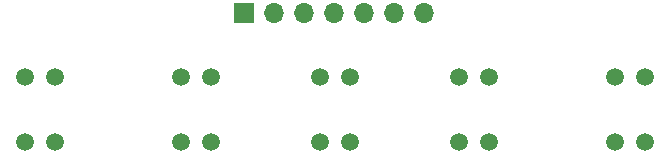
<source format=gbr>
%TF.GenerationSoftware,KiCad,Pcbnew,8.0.2*%
%TF.CreationDate,2024-11-07T23:12:14+05:30*%
%TF.ProjectId,lsa,6c73612e-6b69-4636-9164-5f7063625858,rev?*%
%TF.SameCoordinates,Original*%
%TF.FileFunction,Copper,L1,Top*%
%TF.FilePolarity,Positive*%
%FSLAX46Y46*%
G04 Gerber Fmt 4.6, Leading zero omitted, Abs format (unit mm)*
G04 Created by KiCad (PCBNEW 8.0.2) date 2024-11-07 23:12:14*
%MOMM*%
%LPD*%
G01*
G04 APERTURE LIST*
%TA.AperFunction,ComponentPad*%
%ADD10R,1.700000X1.700000*%
%TD*%
%TA.AperFunction,ComponentPad*%
%ADD11O,1.700000X1.700000*%
%TD*%
%TA.AperFunction,ComponentPad*%
%ADD12C,1.500000*%
%TD*%
%TA.AperFunction,Conductor*%
%ADD13C,0.600000*%
%TD*%
G04 APERTURE END LIST*
D10*
%TO.P,J1,1,Pin_1*%
%TO.N,/A4_32*%
X108500000Y-72400000D03*
D11*
%TO.P,J1,2,Pin_2*%
%TO.N,/A3_35*%
X111040000Y-72400000D03*
%TO.P,J1,3,Pin_3*%
%TO.N,/A2_34*%
X113580000Y-72400000D03*
%TO.P,J1,4,Pin_4*%
%TO.N,/A1_39*%
X116120000Y-72400000D03*
%TO.P,J1,5,Pin_5*%
%TO.N,/A0_36*%
X118660000Y-72400000D03*
%TO.P,J1,6,Pin_6*%
%TO.N,GND*%
X121200000Y-72400000D03*
%TO.P,J1,7,Pin_7*%
%TO.N,+3V3*%
X123740000Y-72400000D03*
%TD*%
D12*
%TO.P,U5,A*%
%TO.N,Net-(R10-Pad1)*%
X92470000Y-83350000D03*
%TO.P,U5,CATH*%
%TO.N,GND*%
X89930000Y-83350000D03*
%TO.P,U5,COLL*%
%TO.N,/A4_32*%
X92470000Y-77850000D03*
%TO.P,U5,E*%
%TO.N,GND*%
X89930000Y-77850000D03*
%TD*%
%TO.P,U3,A*%
%TO.N,Net-(R6-Pad1)*%
X117470000Y-83350000D03*
%TO.P,U3,CATH*%
%TO.N,GND*%
X114930000Y-83350000D03*
%TO.P,U3,COLL*%
%TO.N,/A2_34*%
X117470000Y-77850000D03*
%TO.P,U3,E*%
%TO.N,GND*%
X114930000Y-77850000D03*
%TD*%
%TO.P,U4,A*%
%TO.N,Net-(R8-Pad1)*%
X105670000Y-83350000D03*
%TO.P,U4,CATH*%
%TO.N,GND*%
X103130000Y-83350000D03*
%TO.P,U4,COLL*%
%TO.N,/A3_35*%
X105670000Y-77850000D03*
%TO.P,U4,E*%
%TO.N,GND*%
X103130000Y-77850000D03*
%TD*%
%TO.P,U2,A*%
%TO.N,Net-(R4-Pad1)*%
X129270000Y-83350000D03*
%TO.P,U2,CATH*%
%TO.N,GND*%
X126730000Y-83350000D03*
%TO.P,U2,COLL*%
%TO.N,/A1_39*%
X129270000Y-77850000D03*
%TO.P,U2,E*%
%TO.N,GND*%
X126730000Y-77850000D03*
%TD*%
%TO.P,U1,A*%
%TO.N,Net-(R2-Pad1)*%
X142470000Y-83350000D03*
%TO.P,U1,CATH*%
%TO.N,GND*%
X139930000Y-83350000D03*
%TO.P,U1,COLL*%
%TO.N,/A0_36*%
X142470000Y-77850000D03*
%TO.P,U1,E*%
%TO.N,GND*%
X139930000Y-77850000D03*
%TD*%
D13*
%TO.N,/A4_32*%
X108500000Y-72400000D02*
X108300000Y-72600000D01*
%TO.N,/A3_35*%
X111040000Y-72400000D02*
X111115000Y-72475000D01*
%TO.N,/A0_36*%
X118660000Y-72400000D02*
X118660000Y-72460000D01*
%TD*%
M02*

</source>
